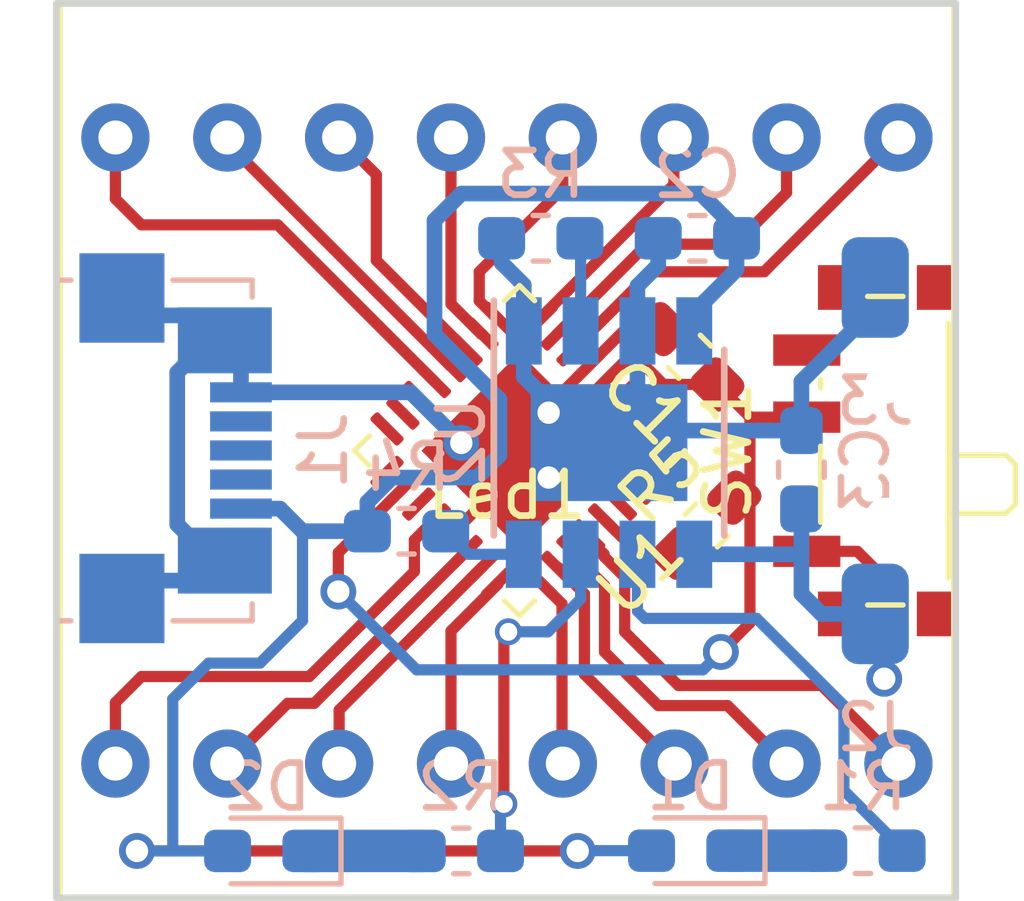
<source format=kicad_pcb>
(kicad_pcb (version 20171130) (host pcbnew 5.1.6-c6e7f7d~87~ubuntu19.10.1)

  (general
    (thickness 1.6)
    (drawings 10)
    (tracks 203)
    (zones 0)
    (modules 17)
    (nets 28)
  )

  (page User 152.4 127)
  (layers
    (0 F.Cu signal)
    (31 B.Cu signal)
    (32 B.Adhes user hide)
    (33 F.Adhes user hide)
    (34 B.Paste user hide)
    (35 F.Paste user hide)
    (36 B.SilkS user hide)
    (37 F.SilkS user hide)
    (38 B.Mask user hide)
    (39 F.Mask user hide)
    (40 Dwgs.User user hide)
    (41 Cmts.User user hide)
    (42 Eco1.User user hide)
    (43 Eco2.User user hide)
    (44 Edge.Cuts user)
    (45 Margin user hide)
    (46 B.CrtYd user hide)
    (47 F.CrtYd user hide)
    (48 B.Fab user hide)
    (49 F.Fab user hide)
  )

  (setup
    (last_trace_width 0.25)
    (user_trace_width 0.35)
    (trace_clearance 0.2)
    (zone_clearance 0.508)
    (zone_45_only no)
    (trace_min 0.2)
    (via_size 0.6)
    (via_drill 0.4)
    (via_min_size 0.4)
    (via_min_drill 0.3)
    (uvia_size 0.3)
    (uvia_drill 0.1)
    (uvias_allowed no)
    (uvia_min_size 0.2)
    (uvia_min_drill 0.1)
    (edge_width 0.15)
    (segment_width 0.2)
    (pcb_text_width 0.3)
    (pcb_text_size 1.5 1.5)
    (mod_edge_width 0.15)
    (mod_text_size 1 1)
    (mod_text_width 0.15)
    (pad_size 1.175 1.9)
    (pad_drill 0)
    (pad_to_mask_clearance 0.2)
    (aux_axis_origin 0 0)
    (grid_origin 90.7796 46.2534)
    (visible_elements FFF9FF1F)
    (pcbplotparams
      (layerselection 0x010f0_ffffffff)
      (usegerberextensions false)
      (usegerberattributes false)
      (usegerberadvancedattributes false)
      (creategerberjobfile false)
      (excludeedgelayer true)
      (linewidth 0.100000)
      (plotframeref false)
      (viasonmask false)
      (mode 1)
      (useauxorigin false)
      (hpglpennumber 1)
      (hpglpenspeed 20)
      (hpglpendiameter 15.000000)
      (psnegative false)
      (psa4output false)
      (plotreference true)
      (plotvalue true)
      (plotinvisibletext false)
      (padsonsilk false)
      (subtractmaskfromsilk false)
      (outputformat 1)
      (mirror false)
      (drillshape 0)
      (scaleselection 1)
      (outputdirectory "../gerbers_attiny48_88/"))
  )

  (net 0 "")
  (net 1 GND)
  (net 2 +5V)
  (net 3 +BATT)
  (net 4 Stdby)
  (net 5 Chrg)
  (net 6 "Net-(R3-Pad1)")
  (net 7 VCC)
  (net 8 "Net-(D1-Pad1)")
  (net 9 "Net-(D2-Pad1)")
  (net 10 "Net-(R5-Pad1)")
  (net 11 "Net-(R4-Pad1)")
  (net 12 PC0_Row3)
  (net 13 PC1_Col4)
  (net 14 PC2_Row8)
  (net 15 PC3_Col2)
  (net 16 PC4_Row2)
  (net 17 PC5_Row1)
  (net 18 PA3_Col5)
  (net 19 PB6_Col7)
  (net 20 PB7_Row7)
  (net 21 PD7_Row4)
  (net 22 PD6_Col8)
  (net 23 PD5_Row6)
  (net 24 PA1_Row5)
  (net 25 PC7_Col1)
  (net 26 PB1_Col3)
  (net 27 PB0_Col6)

  (net_class Default "This is the default net class."
    (clearance 0.2)
    (trace_width 0.25)
    (via_dia 0.6)
    (via_drill 0.4)
    (uvia_dia 0.3)
    (uvia_drill 0.1)
    (add_net Chrg)
    (add_net "Net-(D1-Pad1)")
    (add_net "Net-(D2-Pad1)")
    (add_net "Net-(R3-Pad1)")
    (add_net "Net-(R4-Pad1)")
    (add_net "Net-(R5-Pad1)")
    (add_net PA1_Row5)
    (add_net PA3_Col5)
    (add_net PB0_Col6)
    (add_net PB1_Col3)
    (add_net PB6_Col7)
    (add_net PB7_Row7)
    (add_net PC0_Row3)
    (add_net PC1_Col4)
    (add_net PC2_Row8)
    (add_net PC3_Col2)
    (add_net PC4_Row2)
    (add_net PC5_Row1)
    (add_net PC7_Col1)
    (add_net PD5_Row6)
    (add_net PD6_Col8)
    (add_net PD7_Row4)
    (add_net Stdby)
  )

  (net_class Pins ""
    (clearance 0.2)
    (trace_width 0.25)
    (via_dia 0.6)
    (via_drill 0.4)
    (uvia_dia 0.3)
    (uvia_drill 0.1)
  )

  (net_class Power ""
    (clearance 0.2)
    (trace_width 0.25)
    (via_dia 0.8)
    (via_drill 0.5)
    (uvia_dia 0.3)
    (uvia_drill 0.1)
    (add_net +5V)
    (add_net +BATT)
    (add_net GND)
    (add_net VCC)
  )

  (module Package_DFN_QFN:QFN-32-1EP_5x5mm_P0.5mm_EP3.1x3.1mm (layer F.Cu) (tedit 5DC5F6A4) (tstamp 5FA57485)
    (at 77.1296 46.0534 225)
    (descr "QFN, 32 Pin (http://ww1.microchip.com/downloads/en/DeviceDoc/8008S.pdf#page=20), generated with kicad-footprint-generator ipc_noLead_generator.py")
    (tags "QFN NoLead")
    (path /5FA49011)
    (attr smd)
    (fp_text reference U1 (at 0 -3.82 45) (layer F.SilkS)
      (effects (font (size 1 1) (thickness 0.15)))
    )
    (fp_text value ATtiny48-MU (at 0 3.82 45) (layer F.Fab)
      (effects (font (size 1 1) (thickness 0.15)))
    )
    (fp_line (start 3.12 -3.12) (end -3.12 -3.12) (layer F.CrtYd) (width 0.05))
    (fp_line (start 3.12 3.12) (end 3.12 -3.12) (layer F.CrtYd) (width 0.05))
    (fp_line (start -3.12 3.12) (end 3.12 3.12) (layer F.CrtYd) (width 0.05))
    (fp_line (start -3.12 -3.12) (end -3.12 3.12) (layer F.CrtYd) (width 0.05))
    (fp_line (start -2.5 -1.5) (end -1.5 -2.5) (layer F.Fab) (width 0.1))
    (fp_line (start -2.5 2.5) (end -2.5 -1.5) (layer F.Fab) (width 0.1))
    (fp_line (start 2.5 2.5) (end -2.5 2.5) (layer F.Fab) (width 0.1))
    (fp_line (start 2.5 -2.5) (end 2.5 2.5) (layer F.Fab) (width 0.1))
    (fp_line (start -1.5 -2.5) (end 2.5 -2.5) (layer F.Fab) (width 0.1))
    (fp_line (start -2.135 -2.61) (end -2.61 -2.61) (layer F.SilkS) (width 0.12))
    (fp_line (start 2.61 2.61) (end 2.61 2.135) (layer F.SilkS) (width 0.12))
    (fp_line (start 2.135 2.61) (end 2.61 2.61) (layer F.SilkS) (width 0.12))
    (fp_line (start -2.61 2.61) (end -2.61 2.135) (layer F.SilkS) (width 0.12))
    (fp_line (start -2.135 2.61) (end -2.61 2.61) (layer F.SilkS) (width 0.12))
    (fp_line (start 2.61 -2.61) (end 2.61 -2.135) (layer F.SilkS) (width 0.12))
    (fp_line (start 2.135 -2.61) (end 2.61 -2.61) (layer F.SilkS) (width 0.12))
    (fp_text user %R (at 0 0 45) (layer F.Fab)
      (effects (font (size 1 1) (thickness 0.15)))
    )
    (pad 1 smd roundrect (at -2.4375 -1.75 225) (size 0.875 0.25) (layers F.Cu F.Paste F.Mask) (roundrect_rratio 0.25))
    (pad 2 smd roundrect (at -2.4375 -1.25 225) (size 0.875 0.25) (layers F.Cu F.Paste F.Mask) (roundrect_rratio 0.25))
    (pad 3 smd roundrect (at -2.4375 -0.75 225) (size 0.875 0.25) (layers F.Cu F.Paste F.Mask) (roundrect_rratio 0.25))
    (pad 4 smd roundrect (at -2.4375 -0.25 225) (size 0.875 0.25) (layers F.Cu F.Paste F.Mask) (roundrect_rratio 0.25)
      (net 7 VCC))
    (pad 5 smd roundrect (at -2.4375 0.25 225) (size 0.875 0.25) (layers F.Cu F.Paste F.Mask) (roundrect_rratio 0.25)
      (net 1 GND))
    (pad 6 smd roundrect (at -2.4375 0.75 225) (size 0.875 0.25) (layers F.Cu F.Paste F.Mask) (roundrect_rratio 0.25)
      (net 18 PA3_Col5))
    (pad 7 smd roundrect (at -2.4375 1.25 225) (size 0.875 0.25) (layers F.Cu F.Paste F.Mask) (roundrect_rratio 0.25)
      (net 19 PB6_Col7))
    (pad 8 smd roundrect (at -2.4375 1.75 225) (size 0.875 0.25) (layers F.Cu F.Paste F.Mask) (roundrect_rratio 0.25)
      (net 20 PB7_Row7))
    (pad 9 smd roundrect (at -1.75 2.4375 225) (size 0.25 0.875) (layers F.Cu F.Paste F.Mask) (roundrect_rratio 0.25)
      (net 23 PD5_Row6))
    (pad 10 smd roundrect (at -1.25 2.4375 225) (size 0.25 0.875) (layers F.Cu F.Paste F.Mask) (roundrect_rratio 0.25)
      (net 22 PD6_Col8))
    (pad 11 smd roundrect (at -0.75 2.4375 225) (size 0.25 0.875) (layers F.Cu F.Paste F.Mask) (roundrect_rratio 0.25)
      (net 21 PD7_Row4))
    (pad 12 smd roundrect (at -0.25 2.4375 225) (size 0.25 0.875) (layers F.Cu F.Paste F.Mask) (roundrect_rratio 0.25)
      (net 27 PB0_Col6))
    (pad 13 smd roundrect (at 0.25 2.4375 225) (size 0.25 0.875) (layers F.Cu F.Paste F.Mask) (roundrect_rratio 0.25)
      (net 26 PB1_Col3))
    (pad 14 smd roundrect (at 0.75 2.4375 225) (size 0.25 0.875) (layers F.Cu F.Paste F.Mask) (roundrect_rratio 0.25))
    (pad 15 smd roundrect (at 1.25 2.4375 225) (size 0.25 0.875) (layers F.Cu F.Paste F.Mask) (roundrect_rratio 0.25))
    (pad 16 smd roundrect (at 1.75 2.4375 225) (size 0.25 0.875) (layers F.Cu F.Paste F.Mask) (roundrect_rratio 0.25))
    (pad 17 smd roundrect (at 2.4375 1.75 225) (size 0.875 0.25) (layers F.Cu F.Paste F.Mask) (roundrect_rratio 0.25))
    (pad 18 smd roundrect (at 2.4375 1.25 225) (size 0.875 0.25) (layers F.Cu F.Paste F.Mask) (roundrect_rratio 0.25)
      (net 7 VCC))
    (pad 19 smd roundrect (at 2.4375 0.75 225) (size 0.875 0.25) (layers F.Cu F.Paste F.Mask) (roundrect_rratio 0.25))
    (pad 20 smd roundrect (at 2.4375 0.25 225) (size 0.875 0.25) (layers F.Cu F.Paste F.Mask) (roundrect_rratio 0.25)
      (net 25 PC7_Col1))
    (pad 21 smd roundrect (at 2.4375 -0.25 225) (size 0.875 0.25) (layers F.Cu F.Paste F.Mask) (roundrect_rratio 0.25)
      (net 1 GND))
    (pad 22 smd roundrect (at 2.4375 -0.75 225) (size 0.875 0.25) (layers F.Cu F.Paste F.Mask) (roundrect_rratio 0.25)
      (net 24 PA1_Row5))
    (pad 23 smd roundrect (at 2.4375 -1.25 225) (size 0.875 0.25) (layers F.Cu F.Paste F.Mask) (roundrect_rratio 0.25)
      (net 12 PC0_Row3))
    (pad 24 smd roundrect (at 2.4375 -1.75 225) (size 0.875 0.25) (layers F.Cu F.Paste F.Mask) (roundrect_rratio 0.25)
      (net 13 PC1_Col4))
    (pad 25 smd roundrect (at 1.75 -2.4375 225) (size 0.25 0.875) (layers F.Cu F.Paste F.Mask) (roundrect_rratio 0.25)
      (net 14 PC2_Row8))
    (pad 26 smd roundrect (at 1.25 -2.4375 225) (size 0.25 0.875) (layers F.Cu F.Paste F.Mask) (roundrect_rratio 0.25)
      (net 15 PC3_Col2))
    (pad 27 smd roundrect (at 0.75 -2.4375 225) (size 0.25 0.875) (layers F.Cu F.Paste F.Mask) (roundrect_rratio 0.25)
      (net 16 PC4_Row2))
    (pad 28 smd roundrect (at 0.25 -2.4375 225) (size 0.25 0.875) (layers F.Cu F.Paste F.Mask) (roundrect_rratio 0.25)
      (net 17 PC5_Row1))
    (pad 29 smd roundrect (at -0.25 -2.4375 225) (size 0.25 0.875) (layers F.Cu F.Paste F.Mask) (roundrect_rratio 0.25)
      (net 10 "Net-(R5-Pad1)"))
    (pad 30 smd roundrect (at -0.75 -2.4375 225) (size 0.25 0.875) (layers F.Cu F.Paste F.Mask) (roundrect_rratio 0.25))
    (pad 31 smd roundrect (at -1.25 -2.4375 225) (size 0.25 0.875) (layers F.Cu F.Paste F.Mask) (roundrect_rratio 0.25))
    (pad 32 smd roundrect (at -1.75 -2.4375 225) (size 0.25 0.875) (layers F.Cu F.Paste F.Mask) (roundrect_rratio 0.25))
    (pad 33 smd rect (at 0 0 225) (size 3.1 3.1) (layers F.Cu F.Mask)
      (net 1 GND))
    (pad "" smd roundrect (at -1.03 -1.03 225) (size 0.83 0.83) (layers F.Paste) (roundrect_rratio 0.25))
    (pad "" smd roundrect (at -1.03 0 225) (size 0.83 0.83) (layers F.Paste) (roundrect_rratio 0.25))
    (pad "" smd roundrect (at -1.03 1.03 225) (size 0.83 0.83) (layers F.Paste) (roundrect_rratio 0.25))
    (pad "" smd roundrect (at 0 -1.03 225) (size 0.83 0.83) (layers F.Paste) (roundrect_rratio 0.25))
    (pad "" smd roundrect (at 0 0 225) (size 0.83 0.83) (layers F.Paste) (roundrect_rratio 0.25))
    (pad "" smd roundrect (at 0 1.03 225) (size 0.83 0.83) (layers F.Paste) (roundrect_rratio 0.25))
    (pad "" smd roundrect (at 1.03 -1.03 225) (size 0.83 0.83) (layers F.Paste) (roundrect_rratio 0.25))
    (pad "" smd roundrect (at 1.03 0 225) (size 0.83 0.83) (layers F.Paste) (roundrect_rratio 0.25))
    (pad "" smd roundrect (at 1.03 1.03 225) (size 0.83 0.83) (layers F.Paste) (roundrect_rratio 0.25))
    (model ${KISYS3DMOD}/Package_DFN_QFN.3dshapes/QFN-32-1EP_5x5mm_P0.5mm_EP3.1x3.1mm.wrl
      (at (xyz 0 0 0))
      (scale (xyz 1 1 1))
      (rotate (xyz 0 0 0))
    )
  )

  (module Resistor_SMD:R_0603_1608Metric_Pad1.05x0.95mm_HandSolder (layer F.Cu) (tedit 5B301BBD) (tstamp 5B9894D2)
    (at 81.310882 47.722118 45)
    (descr "Resistor SMD 0603 (1608 Metric), square (rectangular) end terminal, IPC_7351 nominal with elongated pad for handsoldering. (Body size source: http://www.tortai-tech.com/upload/download/2011102023233369053.pdf), generated with kicad-footprint-generator")
    (tags "resistor handsolder")
    (path /5B8D5E03)
    (attr smd)
    (fp_text reference R5 (at 0 -1.43 45) (layer F.SilkS)
      (effects (font (size 1 1) (thickness 0.15)))
    )
    (fp_text value 1K (at 0 1.43 45) (layer F.Fab)
      (effects (font (size 1 1) (thickness 0.15)))
    )
    (fp_text user %R (at 0 0 45) (layer F.Fab)
      (effects (font (size 0.4 0.4) (thickness 0.06)))
    )
    (fp_line (start 1.65 0.73) (end -1.65 0.73) (layer F.CrtYd) (width 0.05))
    (fp_line (start 1.65 -0.73) (end 1.65 0.73) (layer F.CrtYd) (width 0.05))
    (fp_line (start -1.65 -0.73) (end 1.65 -0.73) (layer F.CrtYd) (width 0.05))
    (fp_line (start -1.65 0.73) (end -1.65 -0.73) (layer F.CrtYd) (width 0.05))
    (fp_line (start -0.171267 0.51) (end 0.171267 0.51) (layer F.SilkS) (width 0.12))
    (fp_line (start -0.171267 -0.51) (end 0.171267 -0.51) (layer F.SilkS) (width 0.12))
    (fp_line (start 0.8 0.4) (end -0.8 0.4) (layer F.Fab) (width 0.1))
    (fp_line (start 0.8 -0.4) (end 0.8 0.4) (layer F.Fab) (width 0.1))
    (fp_line (start -0.8 -0.4) (end 0.8 -0.4) (layer F.Fab) (width 0.1))
    (fp_line (start -0.8 0.4) (end -0.8 -0.4) (layer F.Fab) (width 0.1))
    (pad 1 smd roundrect (at -0.875 0 45) (size 1.05 0.95) (layers F.Cu F.Paste F.Mask) (roundrect_rratio 0.25)
      (net 10 "Net-(R5-Pad1)"))
    (pad 2 smd roundrect (at 0.875 0 45) (size 1.05 0.95) (layers F.Cu F.Paste F.Mask) (roundrect_rratio 0.25)
      (net 7 VCC))
    (model ${KISYS3DMOD}/Resistor_SMD.3dshapes/R_0603_1608Metric.wrl
      (at (xyz 0 0 0))
      (scale (xyz 1 1 1))
      (rotate (xyz 0 0 0))
    )
  )

  (module Connector_Wire:SolderWirePad_1x01_SMD_1x2mm (layer B.Cu) (tedit 5F9FFDBA) (tstamp 5FA0997F)
    (at 85.0796 42.4034)
    (descr "Wire Pad, Square, SMD Pad,  5mm x 10mm,")
    (tags "MesurementPoint Square SMDPad 5mmx10mm ")
    (path /5FA7FD3F)
    (attr virtual)
    (fp_text reference J3 (at 0 2.54 180) (layer B.SilkS)
      (effects (font (size 1 1) (thickness 0.15)) (justify mirror))
    )
    (fp_text value GND (at 0 -2.54 180) (layer B.Fab)
      (effects (font (size 1 1) (thickness 0.15)) (justify mirror))
    )
    (fp_line (start 0.63 1.27) (end -0.63 1.27) (layer B.CrtYd) (width 0.05))
    (fp_line (start 0.63 -1.27) (end 0.63 1.27) (layer B.CrtYd) (width 0.05))
    (fp_line (start -0.63 -1.27) (end 0.63 -1.27) (layer B.CrtYd) (width 0.05))
    (fp_line (start -0.63 1.27) (end -0.63 -1.27) (layer B.CrtYd) (width 0.05))
    (fp_line (start -0.63 1.27) (end 0.63 1.27) (layer B.Fab) (width 0.1))
    (fp_line (start 0.63 1.27) (end 0.63 -1.27) (layer B.Fab) (width 0.1))
    (fp_line (start 0.63 -1.27) (end -0.63 -1.27) (layer B.Fab) (width 0.1))
    (fp_line (start -0.63 -1.27) (end -0.63 1.27) (layer B.Fab) (width 0.1))
    (fp_text user %R (at 0 0 180) (layer B.Fab)
      (effects (font (size 1 1) (thickness 0.15)) (justify mirror))
    )
    (pad 1 smd roundrect (at 0 0) (size 1.5 2.25) (layers B.Cu B.Paste B.Mask) (roundrect_rratio 0.25)
      (net 1 GND))
  )

  (module Connector_Wire:SolderWirePad_1x01_SMD_1x2mm (layer B.Cu) (tedit 5F9FFDAB) (tstamp 5FA09975)
    (at 85.0796 49.7034)
    (descr "Wire Pad, Square, SMD Pad,  5mm x 10mm,")
    (tags "MesurementPoint Square SMDPad 5mmx10mm ")
    (path /5FA7F83C)
    (attr virtual)
    (fp_text reference J2 (at 0 2.54) (layer B.SilkS)
      (effects (font (size 1 1) (thickness 0.15)) (justify mirror))
    )
    (fp_text value VBAT (at 0 -2.54) (layer B.Fab)
      (effects (font (size 1 1) (thickness 0.15)) (justify mirror))
    )
    (fp_line (start 0.63 1.27) (end -0.63 1.27) (layer B.CrtYd) (width 0.05))
    (fp_line (start 0.63 -1.27) (end 0.63 1.27) (layer B.CrtYd) (width 0.05))
    (fp_line (start -0.63 -1.27) (end 0.63 -1.27) (layer B.CrtYd) (width 0.05))
    (fp_line (start -0.63 1.27) (end -0.63 -1.27) (layer B.CrtYd) (width 0.05))
    (fp_line (start -0.63 1.27) (end 0.63 1.27) (layer B.Fab) (width 0.1))
    (fp_line (start 0.63 1.27) (end 0.63 -1.27) (layer B.Fab) (width 0.1))
    (fp_line (start 0.63 -1.27) (end -0.63 -1.27) (layer B.Fab) (width 0.1))
    (fp_line (start -0.63 -1.27) (end -0.63 1.27) (layer B.Fab) (width 0.1))
    (fp_text user %R (at 0 0) (layer B.Fab)
      (effects (font (size 1 1) (thickness 0.15)) (justify mirror))
    )
    (pad 1 smd roundrect (at 0 0) (size 1.5 2.25) (layers B.Cu B.Paste B.Mask) (roundrect_rratio 0.25)
      (net 3 +BATT))
  )

  (module Capacitor_SMD:C_0603_1608Metric_Pad1.05x0.95mm_HandSolder (layer B.Cu) (tedit 5B301BBE) (tstamp 5FA01216)
    (at 81.104599 41.3034 180)
    (descr "Capacitor SMD 0603 (1608 Metric), square (rectangular) end terminal, IPC_7351 nominal with elongated pad for handsoldering. (Body size source: http://www.tortai-tech.com/upload/download/2011102023233369053.pdf), generated with kicad-footprint-generator")
    (tags "capacitor handsolder")
    (path /5FA1249D)
    (attr smd)
    (fp_text reference C2 (at 0 1.43 180) (layer B.SilkS)
      (effects (font (size 1 1) (thickness 0.15)) (justify mirror))
    )
    (fp_text value 10uF (at 0 -1.43 180) (layer B.Fab)
      (effects (font (size 1 1) (thickness 0.15)) (justify mirror))
    )
    (fp_line (start -0.8 -0.4) (end -0.8 0.4) (layer B.Fab) (width 0.1))
    (fp_line (start -0.8 0.4) (end 0.8 0.4) (layer B.Fab) (width 0.1))
    (fp_line (start 0.8 0.4) (end 0.8 -0.4) (layer B.Fab) (width 0.1))
    (fp_line (start 0.8 -0.4) (end -0.8 -0.4) (layer B.Fab) (width 0.1))
    (fp_line (start -0.171267 0.51) (end 0.171267 0.51) (layer B.SilkS) (width 0.12))
    (fp_line (start -0.171267 -0.51) (end 0.171267 -0.51) (layer B.SilkS) (width 0.12))
    (fp_line (start -1.65 -0.73) (end -1.65 0.73) (layer B.CrtYd) (width 0.05))
    (fp_line (start -1.65 0.73) (end 1.65 0.73) (layer B.CrtYd) (width 0.05))
    (fp_line (start 1.65 0.73) (end 1.65 -0.73) (layer B.CrtYd) (width 0.05))
    (fp_line (start 1.65 -0.73) (end -1.65 -0.73) (layer B.CrtYd) (width 0.05))
    (fp_text user %R (at 0 0 180) (layer B.Fab)
      (effects (font (size 0.4 0.4) (thickness 0.06)) (justify mirror))
    )
    (pad 2 smd roundrect (at 0.875 0 180) (size 1.05 0.95) (layers B.Cu B.Paste B.Mask) (roundrect_rratio 0.25)
      (net 1 GND))
    (pad 1 smd roundrect (at -0.875 0 180) (size 1.05 0.95) (layers B.Cu B.Paste B.Mask) (roundrect_rratio 0.25)
      (net 2 +5V))
    (model ${KISYS3DMOD}/Capacitor_SMD.3dshapes/C_0603_1608Metric.wrl
      (at (xyz 0 0 0))
      (scale (xyz 1 1 1))
      (rotate (xyz 0 0 0))
    )
  )

  (module Package_SO:Diodes_SO-8EP (layer B.Cu) (tedit 5B8826E6) (tstamp 5B98818C)
    (at 79.1296 45.8724 270)
    (descr "8-Lead Plastic SO, Exposed Die Pad (see https://www.diodes.com/assets/Package-Files/SO-8EP.pdf)")
    (tags "SO exposed pad")
    (path /59CFFF5D)
    (attr smd)
    (fp_text reference U2 (at 0 3.3 90) (layer B.SilkS)
      (effects (font (size 1 1) (thickness 0.15)) (justify mirror))
    )
    (fp_text value TP4056 (at 0 -3.4 90) (layer B.Fab)
      (effects (font (size 1 1) (thickness 0.15)) (justify mirror))
    )
    (fp_line (start -0.95 2.45) (end 1.95 2.45) (layer B.Fab) (width 0.15))
    (fp_line (start 1.95 2.45) (end 1.95 -2.45) (layer B.Fab) (width 0.15))
    (fp_line (start 1.95 -2.45) (end -1.95 -2.45) (layer B.Fab) (width 0.15))
    (fp_line (start -1.95 -2.45) (end -1.95 1.45) (layer B.Fab) (width 0.15))
    (fp_line (start -1.95 1.45) (end -0.95 2.45) (layer B.Fab) (width 0.15))
    (fp_line (start -3.5 2.55) (end -3.5 -2.55) (layer B.CrtYd) (width 0.05))
    (fp_line (start 3.5 2.55) (end 3.5 -2.55) (layer B.CrtYd) (width 0.05))
    (fp_line (start -3.5 2.55) (end 3.5 2.55) (layer B.CrtYd) (width 0.05))
    (fp_line (start -3.5 -2.55) (end 3.5 -2.55) (layer B.CrtYd) (width 0.05))
    (fp_line (start -3.175 2.575) (end 2.075 2.575) (layer B.SilkS) (width 0.15))
    (fp_line (start -2.075 -2.575) (end 2.075 -2.575) (layer B.SilkS) (width 0.15))
    (fp_text user %R (at 0 0 90) (layer B.Fab)
      (effects (font (size 1 1) (thickness 0.15)) (justify mirror))
    )
    (pad 9 smd rect (at 0 0 270) (size 2.613 3.502) (layers B.Cu B.Paste B.Mask)
      (net 1 GND) (solder_paste_margin_ratio -0.2))
    (pad 8 smd rect (at 2.4975 1.905 270) (size 1.505 0.802) (layers B.Cu B.Paste B.Mask)
      (net 11 "Net-(R4-Pad1)"))
    (pad 7 smd rect (at 2.4975 0.635 270) (size 1.505 0.802) (layers B.Cu B.Paste B.Mask)
      (net 5 Chrg))
    (pad 6 smd rect (at 2.4975 -0.635 270) (size 1.505 0.802) (layers B.Cu B.Paste B.Mask)
      (net 4 Stdby))
    (pad 5 smd rect (at 2.4975 -1.905 270) (size 1.505 0.802) (layers B.Cu B.Paste B.Mask)
      (net 3 +BATT))
    (pad 4 smd rect (at -2.4975 -1.905 270) (size 1.505 0.802) (layers B.Cu B.Paste B.Mask)
      (net 2 +5V))
    (pad 3 smd rect (at -2.4975 -0.635 270) (size 1.505 0.802) (layers B.Cu B.Paste B.Mask)
      (net 1 GND))
    (pad 2 smd rect (at -2.4975 0.635 270) (size 1.505 0.802) (layers B.Cu B.Paste B.Mask)
      (net 6 "Net-(R3-Pad1)"))
    (pad 1 smd rect (at -2.4975 1.905 270) (size 1.505 0.802) (layers B.Cu B.Paste B.Mask)
      (net 1 GND))
    (model ${KISYS3DMOD}/Package_SO.3dshapes/Diodes_SO-8EP.wrl
      (at (xyz 0 0 0))
      (scale (xyz 1 1 1))
      (rotate (xyz 0 0 0))
    )
  )

  (module led_matrix:ASR788 locked (layer F.Cu) (tedit 5978C208) (tstamp 59CB837A)
    (at 76.8477 46.0502)
    (path /5B11DEBA)
    (fp_text reference Led1 (at 0 1) (layer F.SilkS)
      (effects (font (size 1 1) (thickness 0.15)))
    )
    (fp_text value 788ASR_A (at 0 -0.9) (layer F.Fab)
      (effects (font (size 1 1) (thickness 0.15)))
    )
    (fp_circle (center 4.3 -3.2) (end 5.1 -3.2) (layer Dwgs.User) (width 0.1))
    (fp_line (start 6 10) (end -10 10) (layer F.SilkS) (width 0.15))
    (fp_line (start -10 10) (end -10 -10) (layer F.SilkS) (width 0.15))
    (fp_line (start -10 -10) (end 10 -10) (layer F.SilkS) (width 0.15))
    (fp_line (start 10 -10) (end 10 10) (layer F.SilkS) (width 0.15))
    (fp_line (start 10 10) (end 6 10) (layer F.SilkS) (width 0.15))
    (pad 16 thru_hole circle (at -8.75 -7) (size 1.524 1.524) (drill 0.762) (layers *.Cu *.Mask)
      (net 26 PB1_Col3))
    (pad 15 thru_hole circle (at -6.25 -7) (size 1.524 1.524) (drill 0.762) (layers *.Cu *.Mask)
      (net 27 PB0_Col6))
    (pad 14 thru_hole circle (at -3.75 -7) (size 1.524 1.524) (drill 0.762) (layers *.Cu *.Mask)
      (net 21 PD7_Row4))
    (pad 13 thru_hole circle (at -1.25 -7) (size 1.524 1.524) (drill 0.762) (layers *.Cu *.Mask)
      (net 22 PD6_Col8))
    (pad 12 thru_hole circle (at 1.25 -7) (size 1.524 1.524) (drill 0.762) (layers *.Cu *.Mask)
      (net 23 PD5_Row6))
    (pad 11 thru_hole circle (at 3.75 -7) (size 1.524 1.524) (drill 0.762) (layers *.Cu *.Mask)
      (net 20 PB7_Row7))
    (pad 10 thru_hole circle (at 6.25 -7) (size 1.524 1.524) (drill 0.762) (layers *.Cu *.Mask)
      (net 19 PB6_Col7))
    (pad 9 thru_hole circle (at 8.75 -7) (size 1.524 1.524) (drill 0.762) (layers *.Cu *.Mask)
      (net 18 PA3_Col5))
    (pad 8 thru_hole circle (at 8.75 7) (size 1.524 1.524) (drill 0.762) (layers *.Cu *.Mask)
      (net 17 PC5_Row1))
    (pad 7 thru_hole circle (at 6.25 7) (size 1.524 1.524) (drill 0.762) (layers *.Cu *.Mask)
      (net 16 PC4_Row2))
    (pad 6 thru_hole circle (at 3.75 7) (size 1.524 1.524) (drill 0.762) (layers *.Cu *.Mask)
      (net 15 PC3_Col2))
    (pad 5 thru_hole circle (at 1.25 7) (size 1.524 1.524) (drill 0.762) (layers *.Cu *.Mask)
      (net 14 PC2_Row8))
    (pad 4 thru_hole circle (at -1.25 7) (size 1.524 1.524) (drill 0.762) (layers *.Cu *.Mask)
      (net 13 PC1_Col4))
    (pad 3 thru_hole circle (at -3.75 7) (size 1.524 1.524) (drill 0.762) (layers *.Cu *.Mask)
      (net 12 PC0_Row3))
    (pad 2 thru_hole circle (at -6.25 7) (size 1.524 1.524) (drill 0.762) (layers *.Cu *.Mask)
      (net 24 PA1_Row5))
    (pad 1 thru_hole circle (at -8.75 7) (size 1.524 1.524) (drill 0.762) (layers *.Cu *.Mask)
      (net 25 PC7_Col1))
  )

  (module Buttons_Switches_SMD:SW_SPDT_PCM12 (layer F.Cu) (tedit 5FA03A3A) (tstamp 59D02ACA)
    (at 84.9796 46.0534 90)
    (descr "Ultraminiature Surface Mount Slide Switch")
    (path /59CF74A3)
    (attr smd)
    (fp_text reference SW1 (at 0 -3.2 270) (layer F.SilkS)
      (effects (font (size 1 1) (thickness 0.15)))
    )
    (fp_text value SW_SPDT (at 0 4.25 270) (layer F.Fab)
      (effects (font (size 1 1) (thickness 0.15)))
    )
    (fp_text user %R (at 0 -3.2 270) (layer F.Fab)
      (effects (font (size 1 1) (thickness 0.15)))
    )
    (fp_line (start -1.4 1.65) (end -1.4 2.95) (layer F.Fab) (width 0.1))
    (fp_line (start -1.4 2.95) (end -1.2 3.15) (layer F.Fab) (width 0.1))
    (fp_line (start -1.2 3.15) (end -0.35 3.15) (layer F.Fab) (width 0.1))
    (fp_line (start -0.35 3.15) (end -0.15 2.95) (layer F.Fab) (width 0.1))
    (fp_line (start -0.15 2.95) (end -0.1 2.9) (layer F.Fab) (width 0.1))
    (fp_line (start -0.1 2.9) (end -0.1 1.6) (layer F.Fab) (width 0.1))
    (fp_line (start -3.35 -1) (end -3.35 1.6) (layer F.Fab) (width 0.1))
    (fp_line (start -3.35 1.6) (end 3.35 1.6) (layer F.Fab) (width 0.1))
    (fp_line (start 3.35 1.6) (end 3.35 -1) (layer F.Fab) (width 0.1))
    (fp_line (start 3.35 -1) (end -3.35 -1) (layer F.Fab) (width 0.1))
    (fp_line (start 1.4 -1.12) (end 1.6 -1.12) (layer F.SilkS) (width 0.12))
    (fp_line (start -4.4 -2.45) (end 4.4 -2.45) (layer F.CrtYd) (width 0.05))
    (fp_line (start 4.4 -2.45) (end 4.4 2.1) (layer F.CrtYd) (width 0.05))
    (fp_line (start 4.4 2.1) (end 1.65 2.1) (layer F.CrtYd) (width 0.05))
    (fp_line (start 1.65 2.1) (end 1.65 3.4) (layer F.CrtYd) (width 0.05))
    (fp_line (start 1.65 3.4) (end -1.65 3.4) (layer F.CrtYd) (width 0.05))
    (fp_line (start -1.65 3.4) (end -1.65 2.1) (layer F.CrtYd) (width 0.05))
    (fp_line (start -1.65 2.1) (end -4.4 2.1) (layer F.CrtYd) (width 0.05))
    (fp_line (start -4.4 2.1) (end -4.4 -2.45) (layer F.CrtYd) (width 0.05))
    (fp_line (start -1.4 3.02) (end -1.2 3.23) (layer F.SilkS) (width 0.12))
    (fp_line (start -0.1 3.02) (end -0.3 3.23) (layer F.SilkS) (width 0.12))
    (fp_line (start -1.4 1.73) (end -1.4 3.02) (layer F.SilkS) (width 0.12))
    (fp_line (start -1.2 3.23) (end -0.3 3.23) (layer F.SilkS) (width 0.12))
    (fp_line (start -0.1 3.02) (end -0.1 1.73) (layer F.SilkS) (width 0.12))
    (fp_line (start -2.85 1.73) (end 2.85 1.73) (layer F.SilkS) (width 0.12))
    (fp_line (start -1.6 -1.12) (end 0.1 -1.12) (layer F.SilkS) (width 0.12))
    (fp_line (start -3.45 -0.07) (end -3.45 0.72) (layer F.SilkS) (width 0.12))
    (fp_line (start 3.45 0.72) (end 3.45 -0.07) (layer F.SilkS) (width 0.12))
    (pad "" smd rect (at -3.65 -0.78 90) (size 1 0.8) (layers F.Cu F.Paste F.Mask))
    (pad "" smd rect (at 3.65 -0.78 90) (size 1 0.8) (layers F.Cu F.Paste F.Mask))
    (pad "" smd rect (at 3.65 1.43 90) (size 1 0.8) (layers F.Cu F.Paste F.Mask))
    (pad "" smd rect (at -3.65 1.43 90) (size 1 0.8) (layers F.Cu F.Paste F.Mask))
    (pad 3 smd rect (at 2.25 -1.43 90) (size 0.7 1.5) (layers F.Cu F.Paste F.Mask))
    (pad 2 smd rect (at 0.75 -1.43 90) (size 0.7 1.5) (layers F.Cu F.Paste F.Mask)
      (net 7 VCC))
    (pad 1 smd rect (at -2.25 -1.43 90) (size 0.7 1.5) (layers F.Cu F.Paste F.Mask)
      (net 3 +BATT))
    (pad "" np_thru_hole circle (at 1.5 0.33 90) (size 0.9 0.9) (drill 0.9) (layers *.Cu *.Mask))
    (pad "" np_thru_hole circle (at -1.5 0.33 90) (size 0.9 0.9) (drill 0.9) (layers *.Cu *.Mask))
    (model ${KISYS3DMOD}/Buttons_Switches_SMD.3dshapes/SW_SPDT_PCM12.wrl
      (at (xyz 0 0 0))
      (scale (xyz 1 1 1))
      (rotate (xyz 0 0 0))
    )
  )

  (module Capacitor_SMD:C_0603_1608Metric_Pad1.05x0.95mm_HandSolder (layer F.Cu) (tedit 5B301BBE) (tstamp 5FA54B0E)
    (at 80.9296 43.9534 135)
    (descr "Capacitor SMD 0603 (1608 Metric), square (rectangular) end terminal, IPC_7351 nominal with elongated pad for handsoldering. (Body size source: http://www.tortai-tech.com/upload/download/2011102023233369053.pdf), generated with kicad-footprint-generator")
    (tags "capacitor handsolder")
    (path /5B12D3A2)
    (attr smd)
    (fp_text reference C1 (at 0 -1.43 315) (layer F.SilkS)
      (effects (font (size 1 1) (thickness 0.15)))
    )
    (fp_text value 10uF (at 0 1.43 315) (layer F.Fab)
      (effects (font (size 1 1) (thickness 0.15)))
    )
    (fp_line (start 1.65 0.73) (end -1.65 0.73) (layer F.CrtYd) (width 0.05))
    (fp_line (start 1.65 -0.73) (end 1.65 0.73) (layer F.CrtYd) (width 0.05))
    (fp_line (start -1.65 -0.73) (end 1.65 -0.73) (layer F.CrtYd) (width 0.05))
    (fp_line (start -1.65 0.73) (end -1.65 -0.73) (layer F.CrtYd) (width 0.05))
    (fp_line (start -0.171267 0.51) (end 0.171267 0.51) (layer F.SilkS) (width 0.12))
    (fp_line (start -0.171267 -0.51) (end 0.171267 -0.51) (layer F.SilkS) (width 0.12))
    (fp_line (start 0.8 0.4) (end -0.8 0.4) (layer F.Fab) (width 0.1))
    (fp_line (start 0.8 -0.4) (end 0.8 0.4) (layer F.Fab) (width 0.1))
    (fp_line (start -0.8 -0.4) (end 0.8 -0.4) (layer F.Fab) (width 0.1))
    (fp_line (start -0.8 0.4) (end -0.8 -0.4) (layer F.Fab) (width 0.1))
    (fp_text user %R (at 0 0 315) (layer F.Fab)
      (effects (font (size 0.4 0.4) (thickness 0.06)))
    )
    (pad 1 smd roundrect (at -0.875 0 135) (size 1.05 0.95) (layers F.Cu F.Paste F.Mask) (roundrect_rratio 0.25)
      (net 7 VCC))
    (pad 2 smd roundrect (at 0.875 0 135) (size 1.05 0.95) (layers F.Cu F.Paste F.Mask) (roundrect_rratio 0.25)
      (net 1 GND))
    (model ${KISYS3DMOD}/Capacitor_SMD.3dshapes/C_0603_1608Metric.wrl
      (at (xyz 0 0 0))
      (scale (xyz 1 1 1))
      (rotate (xyz 0 0 0))
    )
  )

  (module Capacitor_SMD:C_0603_1608Metric_Pad1.05x0.95mm_HandSolder (layer B.Cu) (tedit 5B301BBE) (tstamp 5B9880C9)
    (at 83.4296 46.4784 90)
    (descr "Capacitor SMD 0603 (1608 Metric), square (rectangular) end terminal, IPC_7351 nominal with elongated pad for handsoldering. (Body size source: http://www.tortai-tech.com/upload/download/2011102023233369053.pdf), generated with kicad-footprint-generator")
    (tags "capacitor handsolder")
    (path /5B12D3FA)
    (attr smd)
    (fp_text reference C3 (at 0 1.43 -90) (layer B.SilkS)
      (effects (font (size 1 1) (thickness 0.15)) (justify mirror))
    )
    (fp_text value 10uF (at 0 -1.43 -90) (layer B.Fab)
      (effects (font (size 1 1) (thickness 0.15)) (justify mirror))
    )
    (fp_line (start -0.8 -0.4) (end -0.8 0.4) (layer B.Fab) (width 0.1))
    (fp_line (start -0.8 0.4) (end 0.8 0.4) (layer B.Fab) (width 0.1))
    (fp_line (start 0.8 0.4) (end 0.8 -0.4) (layer B.Fab) (width 0.1))
    (fp_line (start 0.8 -0.4) (end -0.8 -0.4) (layer B.Fab) (width 0.1))
    (fp_line (start -0.171267 0.51) (end 0.171267 0.51) (layer B.SilkS) (width 0.12))
    (fp_line (start -0.171267 -0.51) (end 0.171267 -0.51) (layer B.SilkS) (width 0.12))
    (fp_line (start -1.65 -0.73) (end -1.65 0.73) (layer B.CrtYd) (width 0.05))
    (fp_line (start -1.65 0.73) (end 1.65 0.73) (layer B.CrtYd) (width 0.05))
    (fp_line (start 1.65 0.73) (end 1.65 -0.73) (layer B.CrtYd) (width 0.05))
    (fp_line (start 1.65 -0.73) (end -1.65 -0.73) (layer B.CrtYd) (width 0.05))
    (fp_text user %R (at 0 0 -90) (layer B.Fab)
      (effects (font (size 0.4 0.4) (thickness 0.06)) (justify mirror))
    )
    (pad 2 smd roundrect (at 0.875 0 90) (size 1.05 0.95) (layers B.Cu B.Paste B.Mask) (roundrect_rratio 0.25)
      (net 1 GND))
    (pad 1 smd roundrect (at -0.875 0 90) (size 1.05 0.95) (layers B.Cu B.Paste B.Mask) (roundrect_rratio 0.25)
      (net 3 +BATT))
    (model ${KISYS3DMOD}/Capacitor_SMD.3dshapes/C_0603_1608Metric.wrl
      (at (xyz 0 0 0))
      (scale (xyz 1 1 1))
      (rotate (xyz 0 0 0))
    )
  )

  (module LED_SMD:LED_0603_1608Metric_Pad1.05x0.95mm_HandSolder (layer B.Cu) (tedit 5B4B45C9) (tstamp 5B9880DC)
    (at 80.9546 54.9974 180)
    (descr "LED SMD 0603 (1608 Metric), square (rectangular) end terminal, IPC_7351 nominal, (Body size source: http://www.tortai-tech.com/upload/download/2011102023233369053.pdf), generated with kicad-footprint-generator")
    (tags "LED handsolder")
    (path /5B12B788)
    (attr smd)
    (fp_text reference D1 (at 0 1.43 180) (layer B.SilkS)
      (effects (font (size 1 1) (thickness 0.15)) (justify mirror))
    )
    (fp_text value Green (at 0 -1.43 180) (layer B.Fab)
      (effects (font (size 1 1) (thickness 0.15)) (justify mirror))
    )
    (fp_line (start 1.65 -0.73) (end -1.65 -0.73) (layer B.CrtYd) (width 0.05))
    (fp_line (start 1.65 0.73) (end 1.65 -0.73) (layer B.CrtYd) (width 0.05))
    (fp_line (start -1.65 0.73) (end 1.65 0.73) (layer B.CrtYd) (width 0.05))
    (fp_line (start -1.65 -0.73) (end -1.65 0.73) (layer B.CrtYd) (width 0.05))
    (fp_line (start -1.66 -0.735) (end 0.8 -0.735) (layer B.SilkS) (width 0.12))
    (fp_line (start -1.66 0.735) (end -1.66 -0.735) (layer B.SilkS) (width 0.12))
    (fp_line (start 0.8 0.735) (end -1.66 0.735) (layer B.SilkS) (width 0.12))
    (fp_line (start 0.8 -0.4) (end 0.8 0.4) (layer B.Fab) (width 0.1))
    (fp_line (start -0.8 -0.4) (end 0.8 -0.4) (layer B.Fab) (width 0.1))
    (fp_line (start -0.8 0.1) (end -0.8 -0.4) (layer B.Fab) (width 0.1))
    (fp_line (start -0.5 0.4) (end -0.8 0.1) (layer B.Fab) (width 0.1))
    (fp_line (start 0.8 0.4) (end -0.5 0.4) (layer B.Fab) (width 0.1))
    (fp_text user %R (at 0 0 180) (layer B.Fab)
      (effects (font (size 0.4 0.4) (thickness 0.06)) (justify mirror))
    )
    (pad 1 smd roundrect (at -0.875 0 180) (size 1.05 0.95) (layers B.Cu B.Paste B.Mask) (roundrect_rratio 0.25)
      (net 8 "Net-(D1-Pad1)"))
    (pad 2 smd roundrect (at 0.875 0 180) (size 1.05 0.95) (layers B.Cu B.Paste B.Mask) (roundrect_rratio 0.25)
      (net 2 +5V))
    (model ${KISYS3DMOD}/LED_SMD.3dshapes/LED_0603_1608Metric.wrl
      (at (xyz 0 0 0))
      (scale (xyz 1 1 1))
      (rotate (xyz 0 0 0))
    )
  )

  (module LED_SMD:LED_0603_1608Metric_Pad1.05x0.95mm_HandSolder (layer B.Cu) (tedit 5B4B45C9) (tstamp 5B9880EF)
    (at 71.4796 55.0034 180)
    (descr "LED SMD 0603 (1608 Metric), square (rectangular) end terminal, IPC_7351 nominal, (Body size source: http://www.tortai-tech.com/upload/download/2011102023233369053.pdf), generated with kicad-footprint-generator")
    (tags "LED handsolder")
    (path /5B12B82A)
    (attr smd)
    (fp_text reference D2 (at 0 1.43) (layer B.SilkS)
      (effects (font (size 1 1) (thickness 0.15)) (justify mirror))
    )
    (fp_text value Red (at 0 -1.43) (layer B.Fab)
      (effects (font (size 1 1) (thickness 0.15)) (justify mirror))
    )
    (fp_line (start 0.8 0.4) (end -0.5 0.4) (layer B.Fab) (width 0.1))
    (fp_line (start -0.5 0.4) (end -0.8 0.1) (layer B.Fab) (width 0.1))
    (fp_line (start -0.8 0.1) (end -0.8 -0.4) (layer B.Fab) (width 0.1))
    (fp_line (start -0.8 -0.4) (end 0.8 -0.4) (layer B.Fab) (width 0.1))
    (fp_line (start 0.8 -0.4) (end 0.8 0.4) (layer B.Fab) (width 0.1))
    (fp_line (start 0.8 0.735) (end -1.66 0.735) (layer B.SilkS) (width 0.12))
    (fp_line (start -1.66 0.735) (end -1.66 -0.735) (layer B.SilkS) (width 0.12))
    (fp_line (start -1.66 -0.735) (end 0.8 -0.735) (layer B.SilkS) (width 0.12))
    (fp_line (start -1.65 -0.73) (end -1.65 0.73) (layer B.CrtYd) (width 0.05))
    (fp_line (start -1.65 0.73) (end 1.65 0.73) (layer B.CrtYd) (width 0.05))
    (fp_line (start 1.65 0.73) (end 1.65 -0.73) (layer B.CrtYd) (width 0.05))
    (fp_line (start 1.65 -0.73) (end -1.65 -0.73) (layer B.CrtYd) (width 0.05))
    (fp_text user %R (at 0 0) (layer B.Fab)
      (effects (font (size 0.4 0.4) (thickness 0.06)) (justify mirror))
    )
    (pad 2 smd roundrect (at 0.875 0 180) (size 1.05 0.95) (layers B.Cu B.Paste B.Mask) (roundrect_rratio 0.25)
      (net 2 +5V))
    (pad 1 smd roundrect (at -0.875 0 180) (size 1.05 0.95) (layers B.Cu B.Paste B.Mask) (roundrect_rratio 0.25)
      (net 9 "Net-(D2-Pad1)"))
    (model ${KISYS3DMOD}/LED_SMD.3dshapes/LED_0603_1608Metric.wrl
      (at (xyz 0 0 0))
      (scale (xyz 1 1 1))
      (rotate (xyz 0 0 0))
    )
  )

  (module Connector_USB:USB_Micro-B_Molex_47346-0001 (layer B.Cu) (tedit 5FA49303) (tstamp 5FA0F22A)
    (at 69.4436 46.0484 90)
    (descr "Micro USB B receptable with flange, bottom-mount, SMD, right-angle (http://www.molex.com/pdm_docs/sd/473460001_sd.pdf)")
    (tags "Micro B USB SMD")
    (path /59CF6792)
    (attr smd)
    (fp_text reference J1 (at 0 3.3 -90) (layer B.SilkS)
      (effects (font (size 1 1) (thickness 0.15)) (justify mirror))
    )
    (fp_text value USB (at 0 -4.6 -90) (layer B.Fab)
      (effects (font (size 1 1) (thickness 0.15)) (justify mirror))
    )
    (fp_text user %R (at 0 -1.2 90) (layer B.Fab)
      (effects (font (size 1 1) (thickness 0.15)) (justify mirror))
    )
    (fp_text user "PCB Edge" (at 0 -2.414 -90) (layer Dwgs.User)
      (effects (font (size 0.4 0.4) (thickness 0.04)))
    )
    (fp_line (start 3.81 1.71) (end 3.43 1.71) (layer B.SilkS) (width 0.12))
    (fp_line (start 4.6 -3.9) (end -4.6 -3.9) (layer B.CrtYd) (width 0.05))
    (fp_line (start 4.6 2.7) (end 4.6 -3.9) (layer B.CrtYd) (width 0.05))
    (fp_line (start -4.6 2.7) (end 4.6 2.7) (layer B.CrtYd) (width 0.05))
    (fp_line (start -4.6 -3.9) (end -4.6 2.7) (layer B.CrtYd) (width 0.05))
    (fp_line (start 3.75 -3.35) (end -3.75 -3.35) (layer B.Fab) (width 0.1))
    (fp_line (start 3.75 1.65) (end 3.75 -3.35) (layer B.Fab) (width 0.1))
    (fp_line (start -3.75 1.65) (end 3.75 1.65) (layer B.Fab) (width 0.1))
    (fp_line (start -3.75 -3.35) (end -3.75 1.65) (layer B.Fab) (width 0.1))
    (fp_line (start 3.81 -2.34) (end 3.81 -2.6) (layer B.SilkS) (width 0.12))
    (fp_line (start 3.81 1.71) (end 3.81 -0.06) (layer B.SilkS) (width 0.12))
    (fp_line (start -3.81 1.71) (end -3.43 1.71) (layer B.SilkS) (width 0.12))
    (fp_line (start -3.81 -0.06) (end -3.81 1.71) (layer B.SilkS) (width 0.12))
    (fp_line (start -3.81 -2.6) (end -3.81 -2.34) (layer B.SilkS) (width 0.12))
    (fp_line (start -3.25 -2.65) (end 3.25 -2.65) (layer B.Fab) (width 0.1))
    (pad 6 smd rect (at 0.84 -1.2 90) (size 1.175 1.9) (layers Eco1.User))
    (pad 6 smd rect (at -0.84 -1.2 90) (size 1.175 1.9) (layers Eco1.User))
    (pad 6 smd rect (at 3.41 -1.2 90) (size 2 1.9) (layers B.Cu B.Paste B.Mask)
      (net 1 GND))
    (pad 6 smd rect (at -3.31 -1.2 90) (size 2 1.9) (layers B.Cu B.Paste B.Mask)
      (net 1 GND))
    (pad 6 smd rect (at 2.4625 1.1 90) (size 1.475 2.1) (layers B.Cu B.Paste B.Mask)
      (net 1 GND))
    (pad 6 smd rect (at -2.4625 1.1 90) (size 1.475 2.1) (layers B.Cu B.Paste B.Mask)
      (net 1 GND))
    (pad 5 smd rect (at 1.3 1.46 90) (size 0.45 1.38) (layers B.Cu B.Paste B.Mask)
      (net 1 GND))
    (pad 4 smd rect (at 0.65 1.46 90) (size 0.45 1.38) (layers B.Cu B.Paste B.Mask))
    (pad 3 smd rect (at 0 1.46 90) (size 0.45 1.38) (layers B.Cu B.Paste B.Mask))
    (pad 2 smd rect (at -0.65 1.46 90) (size 0.45 1.38) (layers B.Cu B.Paste B.Mask))
    (pad 1 smd rect (at -1.3 1.46 90) (size 0.45 1.38) (layers B.Cu B.Paste B.Mask)
      (net 2 +5V))
    (model ${KISYS3DMOD}/Connector_USB.3dshapes/USB_Micro-B_Molex_47346-0001.wrl
      (at (xyz 0 0 0))
      (scale (xyz 1 1 1))
      (rotate (xyz 0 0 0))
    )
  )

  (module Resistor_SMD:R_0603_1608Metric_Pad1.05x0.95mm_HandSolder (layer B.Cu) (tedit 5B301BBD) (tstamp 5B98811F)
    (at 84.8046 54.9974 180)
    (descr "Resistor SMD 0603 (1608 Metric), square (rectangular) end terminal, IPC_7351 nominal with elongated pad for handsoldering. (Body size source: http://www.tortai-tech.com/upload/download/2011102023233369053.pdf), generated with kicad-footprint-generator")
    (tags "resistor handsolder")
    (path /5B12B3CC)
    (attr smd)
    (fp_text reference R1 (at 0 1.43 180) (layer B.SilkS)
      (effects (font (size 1 1) (thickness 0.15)) (justify mirror))
    )
    (fp_text value 1K (at 0 -1.43 180) (layer B.Fab)
      (effects (font (size 1 1) (thickness 0.15)) (justify mirror))
    )
    (fp_line (start -0.8 -0.4) (end -0.8 0.4) (layer B.Fab) (width 0.1))
    (fp_line (start -0.8 0.4) (end 0.8 0.4) (layer B.Fab) (width 0.1))
    (fp_line (start 0.8 0.4) (end 0.8 -0.4) (layer B.Fab) (width 0.1))
    (fp_line (start 0.8 -0.4) (end -0.8 -0.4) (layer B.Fab) (width 0.1))
    (fp_line (start -0.171267 0.51) (end 0.171267 0.51) (layer B.SilkS) (width 0.12))
    (fp_line (start -0.171267 -0.51) (end 0.171267 -0.51) (layer B.SilkS) (width 0.12))
    (fp_line (start -1.65 -0.73) (end -1.65 0.73) (layer B.CrtYd) (width 0.05))
    (fp_line (start -1.65 0.73) (end 1.65 0.73) (layer B.CrtYd) (width 0.05))
    (fp_line (start 1.65 0.73) (end 1.65 -0.73) (layer B.CrtYd) (width 0.05))
    (fp_line (start 1.65 -0.73) (end -1.65 -0.73) (layer B.CrtYd) (width 0.05))
    (fp_text user %R (at 0 0 180) (layer B.Fab)
      (effects (font (size 0.4 0.4) (thickness 0.06)) (justify mirror))
    )
    (pad 2 smd roundrect (at 0.875 0 180) (size 1.05 0.95) (layers B.Cu B.Paste B.Mask) (roundrect_rratio 0.25)
      (net 8 "Net-(D1-Pad1)"))
    (pad 1 smd roundrect (at -0.875 0 180) (size 1.05 0.95) (layers B.Cu B.Paste B.Mask) (roundrect_rratio 0.25)
      (net 4 Stdby))
    (model ${KISYS3DMOD}/Resistor_SMD.3dshapes/R_0603_1608Metric.wrl
      (at (xyz 0 0 0))
      (scale (xyz 1 1 1))
      (rotate (xyz 0 0 0))
    )
  )

  (module Resistor_SMD:R_0603_1608Metric_Pad1.05x0.95mm_HandSolder (layer B.Cu) (tedit 5B301BBD) (tstamp 5B988130)
    (at 75.8296 55.0034 180)
    (descr "Resistor SMD 0603 (1608 Metric), square (rectangular) end terminal, IPC_7351 nominal with elongated pad for handsoldering. (Body size source: http://www.tortai-tech.com/upload/download/2011102023233369053.pdf), generated with kicad-footprint-generator")
    (tags "resistor handsolder")
    (path /5B12B36D)
    (attr smd)
    (fp_text reference R2 (at 0 1.43) (layer B.SilkS)
      (effects (font (size 1 1) (thickness 0.15)) (justify mirror))
    )
    (fp_text value 1K (at 0 -1.43) (layer B.Fab)
      (effects (font (size 1 1) (thickness 0.15)) (justify mirror))
    )
    (fp_line (start 1.65 -0.73) (end -1.65 -0.73) (layer B.CrtYd) (width 0.05))
    (fp_line (start 1.65 0.73) (end 1.65 -0.73) (layer B.CrtYd) (width 0.05))
    (fp_line (start -1.65 0.73) (end 1.65 0.73) (layer B.CrtYd) (width 0.05))
    (fp_line (start -1.65 -0.73) (end -1.65 0.73) (layer B.CrtYd) (width 0.05))
    (fp_line (start -0.171267 -0.51) (end 0.171267 -0.51) (layer B.SilkS) (width 0.12))
    (fp_line (start -0.171267 0.51) (end 0.171267 0.51) (layer B.SilkS) (width 0.12))
    (fp_line (start 0.8 -0.4) (end -0.8 -0.4) (layer B.Fab) (width 0.1))
    (fp_line (start 0.8 0.4) (end 0.8 -0.4) (layer B.Fab) (width 0.1))
    (fp_line (start -0.8 0.4) (end 0.8 0.4) (layer B.Fab) (width 0.1))
    (fp_line (start -0.8 -0.4) (end -0.8 0.4) (layer B.Fab) (width 0.1))
    (fp_text user %R (at 0 0) (layer B.Fab)
      (effects (font (size 0.4 0.4) (thickness 0.06)) (justify mirror))
    )
    (pad 1 smd roundrect (at -0.875 0 180) (size 1.05 0.95) (layers B.Cu B.Paste B.Mask) (roundrect_rratio 0.25)
      (net 5 Chrg))
    (pad 2 smd roundrect (at 0.875 0 180) (size 1.05 0.95) (layers B.Cu B.Paste B.Mask) (roundrect_rratio 0.25)
      (net 9 "Net-(D2-Pad1)"))
    (model ${KISYS3DMOD}/Resistor_SMD.3dshapes/R_0603_1608Metric.wrl
      (at (xyz 0 0 0))
      (scale (xyz 1 1 1))
      (rotate (xyz 0 0 0))
    )
  )

  (module Resistor_SMD:R_0603_1608Metric_Pad1.05x0.95mm_HandSolder (layer B.Cu) (tedit 5B301BBD) (tstamp 5B988141)
    (at 77.604599 41.3034 180)
    (descr "Resistor SMD 0603 (1608 Metric), square (rectangular) end terminal, IPC_7351 nominal with elongated pad for handsoldering. (Body size source: http://www.tortai-tech.com/upload/download/2011102023233369053.pdf), generated with kicad-footprint-generator")
    (tags "resistor handsolder")
    (path /5B12B693)
    (attr smd)
    (fp_text reference R3 (at 0 1.43) (layer B.SilkS)
      (effects (font (size 1 1) (thickness 0.15)) (justify mirror))
    )
    (fp_text value 5K (at 0 -1.43) (layer B.Fab)
      (effects (font (size 1 1) (thickness 0.15)) (justify mirror))
    )
    (fp_line (start 1.65 -0.73) (end -1.65 -0.73) (layer B.CrtYd) (width 0.05))
    (fp_line (start 1.65 0.73) (end 1.65 -0.73) (layer B.CrtYd) (width 0.05))
    (fp_line (start -1.65 0.73) (end 1.65 0.73) (layer B.CrtYd) (width 0.05))
    (fp_line (start -1.65 -0.73) (end -1.65 0.73) (layer B.CrtYd) (width 0.05))
    (fp_line (start -0.171267 -0.51) (end 0.171267 -0.51) (layer B.SilkS) (width 0.12))
    (fp_line (start -0.171267 0.51) (end 0.171267 0.51) (layer B.SilkS) (width 0.12))
    (fp_line (start 0.8 -0.4) (end -0.8 -0.4) (layer B.Fab) (width 0.1))
    (fp_line (start 0.8 0.4) (end 0.8 -0.4) (layer B.Fab) (width 0.1))
    (fp_line (start -0.8 0.4) (end 0.8 0.4) (layer B.Fab) (width 0.1))
    (fp_line (start -0.8 -0.4) (end -0.8 0.4) (layer B.Fab) (width 0.1))
    (fp_text user %R (at 0 0) (layer B.Fab)
      (effects (font (size 0.4 0.4) (thickness 0.06)) (justify mirror))
    )
    (pad 1 smd roundrect (at -0.875 0 180) (size 1.05 0.95) (layers B.Cu B.Paste B.Mask) (roundrect_rratio 0.25)
      (net 6 "Net-(R3-Pad1)"))
    (pad 2 smd roundrect (at 0.875 0 180) (size 1.05 0.95) (layers B.Cu B.Paste B.Mask) (roundrect_rratio 0.25)
      (net 1 GND))
    (model ${KISYS3DMOD}/Resistor_SMD.3dshapes/R_0603_1608Metric.wrl
      (at (xyz 0 0 0))
      (scale (xyz 1 1 1))
      (rotate (xyz 0 0 0))
    )
  )

  (module Resistor_SMD:R_0603_1608Metric_Pad1.05x0.95mm_HandSolder (layer B.Cu) (tedit 5B301BBD) (tstamp 5B988152)
    (at 74.6046 47.8534 180)
    (descr "Resistor SMD 0603 (1608 Metric), square (rectangular) end terminal, IPC_7351 nominal with elongated pad for handsoldering. (Body size source: http://www.tortai-tech.com/upload/download/2011102023233369053.pdf), generated with kicad-footprint-generator")
    (tags "resistor handsolder")
    (path /5B12E6F3)
    (attr smd)
    (fp_text reference R4 (at 0 1.43 180) (layer B.SilkS)
      (effects (font (size 1 1) (thickness 0.15)) (justify mirror))
    )
    (fp_text value 1K (at 0 -1.43 180) (layer B.Fab)
      (effects (font (size 1 1) (thickness 0.15)) (justify mirror))
    )
    (fp_line (start -0.8 -0.4) (end -0.8 0.4) (layer B.Fab) (width 0.1))
    (fp_line (start -0.8 0.4) (end 0.8 0.4) (layer B.Fab) (width 0.1))
    (fp_line (start 0.8 0.4) (end 0.8 -0.4) (layer B.Fab) (width 0.1))
    (fp_line (start 0.8 -0.4) (end -0.8 -0.4) (layer B.Fab) (width 0.1))
    (fp_line (start -0.171267 0.51) (end 0.171267 0.51) (layer B.SilkS) (width 0.12))
    (fp_line (start -0.171267 -0.51) (end 0.171267 -0.51) (layer B.SilkS) (width 0.12))
    (fp_line (start -1.65 -0.73) (end -1.65 0.73) (layer B.CrtYd) (width 0.05))
    (fp_line (start -1.65 0.73) (end 1.65 0.73) (layer B.CrtYd) (width 0.05))
    (fp_line (start 1.65 0.73) (end 1.65 -0.73) (layer B.CrtYd) (width 0.05))
    (fp_line (start 1.65 -0.73) (end -1.65 -0.73) (layer B.CrtYd) (width 0.05))
    (fp_text user %R (at 0 0 180) (layer B.Fab)
      (effects (font (size 0.4 0.4) (thickness 0.06)) (justify mirror))
    )
    (pad 2 smd roundrect (at 0.875 0 180) (size 1.05 0.95) (layers B.Cu B.Paste B.Mask) (roundrect_rratio 0.25)
      (net 2 +5V))
    (pad 1 smd roundrect (at -0.875 0 180) (size 1.05 0.95) (layers B.Cu B.Paste B.Mask) (roundrect_rratio 0.25)
      (net 11 "Net-(R4-Pad1)"))
    (model ${KISYS3DMOD}/Resistor_SMD.3dshapes/R_0603_1608Metric.wrl
      (at (xyz 0 0 0))
      (scale (xyz 1 1 1))
      (rotate (xyz 0 0 0))
    )
  )

  (dimension 20 (width 0.15) (layer Dwgs.User)
    (gr_text "20,000 mm" (at 89.6296 46.0534 270) (layer Dwgs.User)
      (effects (font (size 1 1) (thickness 0.15)))
    )
    (feature1 (pts (xy 86.8796 56.0534) (xy 88.916021 56.0534)))
    (feature2 (pts (xy 86.8796 36.0534) (xy 88.916021 36.0534)))
    (crossbar (pts (xy 88.3296 36.0534) (xy 88.3296 56.0534)))
    (arrow1a (pts (xy 88.3296 56.0534) (xy 87.743179 54.926896)))
    (arrow1b (pts (xy 88.3296 56.0534) (xy 88.916021 54.926896)))
    (arrow2a (pts (xy 88.3296 36.0534) (xy 87.743179 37.179904)))
    (arrow2b (pts (xy 88.3296 36.0534) (xy 88.916021 37.179904)))
  )
  (dimension 20.1 (width 0.15) (layer Dwgs.User)
    (gr_text "20,100 mm" (at 76.8296 33.4534) (layer Dwgs.User)
      (effects (font (size 1 1) (thickness 0.15)))
    )
    (feature1 (pts (xy 86.8796 36.0534) (xy 86.8796 34.166979)))
    (feature2 (pts (xy 66.7796 36.0534) (xy 66.7796 34.166979)))
    (crossbar (pts (xy 66.7796 34.7534) (xy 86.8796 34.7534)))
    (arrow1a (pts (xy 86.8796 34.7534) (xy 85.753096 35.339821)))
    (arrow1b (pts (xy 86.8796 34.7534) (xy 85.753096 34.166979)))
    (arrow2a (pts (xy 66.7796 34.7534) (xy 67.906104 35.339821)))
    (arrow2b (pts (xy 66.7796 34.7534) (xy 67.906104 34.166979)))
  )
  (gr_poly (pts (xy 75.4796 55.4534) (xy 71.8296 55.4534) (xy 71.8296 54.5534) (xy 75.4796 54.5534)) (layer B.Mask) (width 0.1))
  (gr_poly (pts (xy 84.4296 55.4534) (xy 81.3296 55.4534) (xy 81.3296 54.5534) (xy 84.4296 54.5534)) (layer B.Mask) (width 0.1))
  (gr_line (start 66.7796 36.0534) (end 66.8796 36.0534) (layer Edge.Cuts) (width 0.15))
  (gr_line (start 66.7796 56.0534) (end 66.7796 36.0534) (layer Edge.Cuts) (width 0.15))
  (gr_line (start 66.8796 56.0534) (end 66.7796 56.0534) (layer Edge.Cuts) (width 0.15))
  (gr_line (start 86.8796 56.0534) (end 66.8796 56.0534) (layer Edge.Cuts) (width 0.15))
  (gr_line (start 86.8796 36.0534) (end 86.8796 56.0534) (layer Edge.Cuts) (width 0.15))
  (gr_line (start 66.8796 36.0534) (end 86.8796 36.0534) (layer Edge.Cuts) (width 0.15))

  (segment (start 70.9036 43.9459) (end 70.5436 43.5859) (width 0.35) (layer B.Cu) (net 1))
  (segment (start 70.9036 44.7484) (end 70.9036 43.9459) (width 0.35) (layer B.Cu) (net 1))
  (segment (start 79.7646 45.2374) (end 79.1296 45.8724) (width 0.35) (layer B.Cu) (net 1))
  (segment (start 79.7646 43.3749) (end 79.7646 45.2374) (width 0.35) (layer B.Cu) (net 1))
  (segment (start 78.6986 45.8724) (end 79.1296 45.8724) (width 0.35) (layer B.Cu) (net 1))
  (segment (start 77.2246 44.3984) (end 78.6986 45.8724) (width 0.35) (layer B.Cu) (net 1))
  (segment (start 77.2246 43.3749) (end 77.2246 44.3984) (width 0.35) (layer B.Cu) (net 1))
  (segment (start 77.2246 44.3984) (end 77.2296 44.4034) (width 0.35) (layer B.Cu) (net 1))
  (segment (start 69.986099 43.028399) (end 68.2436 43.028399) (width 0.35) (layer B.Cu) (net 1))
  (segment (start 70.5436 43.5859) (end 69.986099 43.028399) (width 0.35) (layer B.Cu) (net 1))
  (segment (start 70.0961 48.9584) (end 70.5436 48.5109) (width 0.35) (layer B.Cu) (net 1))
  (segment (start 68.2436 48.9584) (end 70.0961 48.9584) (width 0.35) (layer B.Cu) (net 1))
  (segment (start 70.1871 48.5109) (end 70.5436 48.5109) (width 0.35) (layer B.Cu) (net 1))
  (segment (start 81.1061 43.3034) (end 81.0346 43.3749) (width 0.35) (layer B.Cu) (net 2))
  (segment (start 73.0885 53.0594) (end 73.0977 53.0502) (width 0.25) (layer F.Cu) (net 12))
  (segment (start 85.57 39.0779) (end 85.5977 39.0502) (width 0.25) (layer F.Cu) (net 18))
  (segment (start 85.0796 42.4034) (end 85.0796 42.8534) (width 0.35) (layer B.Cu) (net 1))
  (segment (start 83.4296 44.5034) (end 83.4296 45.6034) (width 0.35) (layer B.Cu) (net 1))
  (segment (start 85.0796 42.8534) (end 83.4296 44.5034) (width 0.35) (layer B.Cu) (net 1))
  (segment (start 79.3986 45.6034) (end 79.1296 45.8724) (width 0.35) (layer B.Cu) (net 1))
  (segment (start 83.4296 45.6034) (end 79.3986 45.6034) (width 0.35) (layer B.Cu) (net 1))
  (segment (start 78.4106 45.1534) (end 79.1296 45.8724) (width 0.35) (layer B.Cu) (net 1))
  (segment (start 77.1296 46.406953) (end 77.1296 46.0534) (width 0.25) (layer F.Cu) (net 1) (tstamp 5FA57445))
  (segment (start 75.582804 47.953749) (end 77.1296 46.406953) (width 0.25) (layer F.Cu) (net 1) (tstamp 5FA5743C))
  (segment (start 77.1296 45.699847) (end 77.1296 46.0534) (width 0.25) (layer F.Cu) (net 1) (tstamp 5FA57442))
  (segment (start 78.676396 44.153051) (end 77.1296 45.699847) (width 0.25) (layer F.Cu) (net 1) (tstamp 5FA5743F))
  (segment (start 79.494765 43.334682) (end 80.310882 43.334682) (width 0.25) (layer F.Cu) (net 1))
  (segment (start 78.676396 44.153051) (end 79.494765 43.334682) (width 0.25) (layer F.Cu) (net 1))
  (segment (start 76.7296 41.303399) (end 76.729599 41.3034) (width 0.35) (layer B.Cu) (net 1))
  (segment (start 76.7296 41.8534) (end 76.7296 41.303399) (width 0.35) (layer B.Cu) (net 1))
  (segment (start 77.2246 42.3484) (end 76.7296 41.8534) (width 0.35) (layer B.Cu) (net 1))
  (segment (start 77.2246 43.3749) (end 77.2246 42.3484) (width 0.35) (layer B.Cu) (net 1))
  (segment (start 79.7646 43.3749) (end 79.7646 42.3684) (width 0.35) (layer B.Cu) (net 1))
  (segment (start 80.229599 41.903401) (end 80.229599 41.3034) (width 0.35) (layer B.Cu) (net 1))
  (segment (start 79.7646 42.3684) (end 80.229599 41.903401) (width 0.35) (layer B.Cu) (net 1))
  (segment (start 74.698094 44.7484) (end 75.828094 45.8784) (width 0.35) (layer B.Cu) (net 1))
  (via (at 75.828094 45.8784) (size 0.8) (drill 0.5) (layers F.Cu B.Cu) (net 1))
  (segment (start 70.9036 44.7484) (end 74.698094 44.7484) (width 0.35) (layer B.Cu) (net 1))
  (segment (start 76.9546 45.8784) (end 77.1296 46.0534) (width 0.35) (layer F.Cu) (net 1))
  (segment (start 75.828094 45.8784) (end 76.9546 45.8784) (width 0.35) (layer F.Cu) (net 1))
  (segment (start 77.7796 45.4034) (end 77.7796 45.2034) (width 0.25) (layer F.Cu) (net 1))
  (segment (start 77.1296 46.0534) (end 77.7796 45.4034) (width 0.25) (layer F.Cu) (net 1))
  (via (at 77.7796 45.2034) (size 0.8) (drill 0.5) (layers F.Cu B.Cu) (net 1))
  (segment (start 77.7296 46.6534) (end 77.7796 46.6534) (width 0.25) (layer F.Cu) (net 1))
  (segment (start 77.1296 46.0534) (end 77.7296 46.6534) (width 0.25) (layer F.Cu) (net 1))
  (via (at 77.7796 46.6534) (size 0.8) (drill 0.5) (layers F.Cu B.Cu) (net 1))
  (segment (start 70.2796 48.5034) (end 70.5796 48.5034) (width 0.35) (layer B.Cu) (net 1))
  (segment (start 69.4796 47.7034) (end 70.2796 48.5034) (width 0.35) (layer B.Cu) (net 1))
  (segment (start 69.4796 44.3034) (end 69.4796 47.7034) (width 0.35) (layer B.Cu) (net 1))
  (segment (start 70.1971 43.5859) (end 69.4796 44.3034) (width 0.35) (layer B.Cu) (net 1))
  (segment (start 70.5436 43.5859) (end 70.1971 43.5859) (width 0.35) (layer B.Cu) (net 1))
  (via (at 68.5796 55.0034) (size 0.8) (drill 0.5) (layers F.Cu B.Cu) (net 2))
  (segment (start 70.6046 55.0034) (end 68.5796 55.0034) (width 0.25) (layer B.Cu) (net 2))
  (segment (start 81.0346 43.3749) (end 81.0346 42.9484) (width 0.35) (layer B.Cu) (net 2))
  (segment (start 81.979599 42.003401) (end 81.979599 41.3034) (width 0.35) (layer B.Cu) (net 2))
  (segment (start 81.0346 42.9484) (end 81.979599 42.003401) (width 0.35) (layer B.Cu) (net 2))
  (segment (start 72.2796 47.8534) (end 73.7296 47.8534) (width 0.35) (layer B.Cu) (net 2))
  (segment (start 71.7746 47.3484) (end 72.2796 47.8534) (width 0.35) (layer B.Cu) (net 2))
  (segment (start 70.9036 47.3484) (end 71.7746 47.3484) (width 0.35) (layer B.Cu) (net 2))
  (segment (start 72.2796 49.8534) (end 72.2796 47.8534) (width 0.25) (layer B.Cu) (net 2))
  (segment (start 71.3296 50.8034) (end 72.2796 49.8534) (width 0.25) (layer B.Cu) (net 2))
  (segment (start 70.1796 50.8034) (end 71.3296 50.8034) (width 0.25) (layer B.Cu) (net 2))
  (segment (start 69.3796 51.6034) (end 70.1796 50.8034) (width 0.25) (layer B.Cu) (net 2))
  (segment (start 69.3796 54.9534) (end 69.3796 51.6034) (width 0.25) (layer B.Cu) (net 2))
  (segment (start 81.1796 40.3034) (end 81.979599 41.103399) (width 0.35) (layer B.Cu) (net 2))
  (segment (start 75.8296 40.3034) (end 81.1796 40.3034) (width 0.35) (layer B.Cu) (net 2))
  (segment (start 75.2296 40.9034) (end 75.8296 40.3034) (width 0.35) (layer B.Cu) (net 2))
  (segment (start 76.6796 44.9034) (end 75.2296 43.4534) (width 0.35) (layer B.Cu) (net 2))
  (segment (start 75.2296 43.4534) (end 75.2296 40.9034) (width 0.35) (layer B.Cu) (net 2))
  (segment (start 76.6796 46.1534) (end 76.6796 44.9034) (width 0.35) (layer B.Cu) (net 2))
  (segment (start 81.979599 41.103399) (end 81.979599 41.3034) (width 0.35) (layer B.Cu) (net 2))
  (segment (start 76.1796 46.6534) (end 76.6796 46.1534) (width 0.35) (layer B.Cu) (net 2))
  (segment (start 74.2796 46.6534) (end 76.1796 46.6534) (width 0.35) (layer B.Cu) (net 2))
  (segment (start 73.7296 47.2034) (end 74.2796 46.6534) (width 0.35) (layer B.Cu) (net 2))
  (segment (start 73.7296 47.8534) (end 73.7296 47.2034) (width 0.35) (layer B.Cu) (net 2))
  (segment (start 68.5796 55.0034) (end 78.4296 55.0034) (width 0.25) (layer F.Cu) (net 2))
  (via (at 78.4296 55.0034) (size 0.8) (drill 0.5) (layers F.Cu B.Cu) (net 2))
  (segment (start 80.0796 54.9974) (end 78.4356 54.9974) (width 0.25) (layer B.Cu) (net 2))
  (segment (start 78.4356 54.9974) (end 78.4296 55.0034) (width 0.25) (layer B.Cu) (net 2))
  (segment (start 83.4296 47.3534) (end 83.4296 49.2534) (width 0.35) (layer B.Cu) (net 3))
  (segment (start 83.4296 49.2534) (end 83.8796 49.7034) (width 0.35) (layer B.Cu) (net 3))
  (segment (start 83.8796 49.7034) (end 85.0796 49.7034) (width 0.35) (layer B.Cu) (net 3))
  (segment (start 83.4296 48.3699) (end 83.4296 47.3534) (width 0.35) (layer B.Cu) (net 3))
  (via (at 85.2796 51.1534) (size 0.8) (drill 0.5) (layers F.Cu B.Cu) (net 3))
  (segment (start 82.2631 48.3699) (end 83.4296 48.3699) (width 0.35) (layer B.Cu) (net 3))
  (segment (start 81.0346 48.3699) (end 82.2631 48.3699) (width 0.35) (layer B.Cu) (net 3))
  (segment (start 83.5496 48.3034) (end 84.6796 48.3034) (width 0.25) (layer F.Cu) (net 3))
  (segment (start 85.2796 48.9034) (end 85.2796 51.1534) (width 0.25) (layer F.Cu) (net 3))
  (segment (start 84.6796 48.3034) (end 85.2796 48.9034) (width 0.25) (layer F.Cu) (net 3))
  (segment (start 85.2796 49.9034) (end 85.0796 49.7034) (width 0.25) (layer B.Cu) (net 3))
  (segment (start 85.2796 51.1534) (end 85.2796 49.9034) (width 0.25) (layer B.Cu) (net 3))
  (segment (start 79.7646 49.6384) (end 79.7646 48.3699) (width 0.25) (layer B.Cu) (net 4))
  (segment (start 82.4296 49.8034) (end 79.9296 49.8034) (width 0.25) (layer B.Cu) (net 4))
  (segment (start 84.3796 51.7534) (end 82.4296 49.8034) (width 0.25) (layer B.Cu) (net 4))
  (segment (start 84.3796 53.6534) (end 84.3796 51.7534) (width 0.25) (layer B.Cu) (net 4))
  (segment (start 85.6796 54.9534) (end 84.3796 53.6534) (width 0.25) (layer B.Cu) (net 4))
  (segment (start 79.9296 49.8034) (end 79.7646 49.6384) (width 0.25) (layer B.Cu) (net 4))
  (segment (start 85.6796 54.9974) (end 85.6796 54.9534) (width 0.25) (layer B.Cu) (net 4))
  (segment (start 76.8796 54.8284) (end 76.7046 55.0034) (width 0.25) (layer B.Cu) (net 5))
  (segment (start 76.7046 54.0284) (end 76.7796 53.9534) (width 0.25) (layer B.Cu) (net 5))
  (segment (start 76.7046 55.0034) (end 76.7046 54.0284) (width 0.25) (layer B.Cu) (net 5))
  (via (at 76.7796 53.9534) (size 0.6) (drill 0.4) (layers F.Cu B.Cu) (net 5))
  (via (at 76.879582 50.1034) (size 0.6) (drill 0.4) (layers F.Cu B.Cu) (net 5))
  (segment (start 78.4946 49.3724) (end 77.7636 50.1034) (width 0.25) (layer B.Cu) (net 5))
  (segment (start 78.4946 48.3699) (end 78.4946 49.3724) (width 0.25) (layer B.Cu) (net 5))
  (segment (start 77.7636 50.1034) (end 76.879582 50.1034) (width 0.25) (layer B.Cu) (net 5))
  (segment (start 76.7796 53.9534) (end 76.7796 50.203382) (width 0.25) (layer F.Cu) (net 5))
  (segment (start 76.7796 50.203382) (end 76.879582 50.1034) (width 0.25) (layer F.Cu) (net 5))
  (segment (start 78.4946 41.318401) (end 78.479599 41.3034) (width 0.25) (layer B.Cu) (net 6))
  (segment (start 78.4946 43.3749) (end 78.4946 41.318401) (width 0.25) (layer B.Cu) (net 6))
  (segment (start 82.2796 45.3034) (end 81.548318 44.572118) (width 0.25) (layer F.Cu) (net 7))
  (segment (start 83.5496 45.3034) (end 82.2796 45.3034) (width 0.25) (layer F.Cu) (net 7))
  (segment (start 80.348318 44.572118) (end 81.548318 44.572118) (width 0.25) (layer F.Cu) (net 7))
  (segment (start 79.4796 44.0534) (end 79.8296 44.0534) (width 0.25) (layer F.Cu) (net 7))
  (segment (start 79.029949 44.503051) (end 79.4796 44.0534) (width 0.25) (layer F.Cu) (net 7))
  (segment (start 79.8296 44.0534) (end 80.348318 44.572118) (width 0.25) (layer F.Cu) (net 7))
  (segment (start 79.029949 44.506604) (end 79.029949 44.503051) (width 0.25) (layer F.Cu) (net 7))
  (segment (start 81.9296 47.1034) (end 82.2796 47.1034) (width 0.25) (layer F.Cu) (net 7))
  (segment (start 82.2796 45.3034) (end 82.2796 47.1034) (width 0.25) (layer F.Cu) (net 7))
  (segment (start 82.2796 49.9034) (end 81.9296 50.2534) (width 0.25) (layer F.Cu) (net 7))
  (segment (start 82.2796 47.1034) (end 82.2796 49.9034) (width 0.25) (layer F.Cu) (net 7))
  (via (at 81.6296 50.5534) (size 0.8) (drill 0.5) (layers F.Cu B.Cu) (net 7))
  (segment (start 81.9296 50.2534) (end 81.6296 50.5534) (width 0.25) (layer F.Cu) (net 7))
  (segment (start 73.079604 48.335629) (end 73.079604 49.2034) (width 0.25) (layer F.Cu) (net 7))
  (segment (start 74.522144 46.893089) (end 73.079604 48.335629) (width 0.25) (layer F.Cu) (net 7))
  (segment (start 74.829603 50.953399) (end 73.079604 49.2034) (width 0.25) (layer B.Cu) (net 7))
  (segment (start 81.229601 50.953399) (end 74.829603 50.953399) (width 0.25) (layer B.Cu) (net 7))
  (segment (start 81.6296 50.5534) (end 81.229601 50.953399) (width 0.25) (layer B.Cu) (net 7))
  (via (at 73.079604 49.2034) (size 0.8) (drill 0.5) (layers F.Cu B.Cu) (net 7))
  (segment (start 81.8296 54.9974) (end 83.9296 54.9974) (width 0.95) (layer B.Cu) (net 8))
  (segment (start 72.3546 55.0034) (end 74.9546 55.0034) (width 0.95) (layer B.Cu) (net 9))
  (segment (start 79.770589 48.340836) (end 80.692164 48.340836) (width 0.25) (layer F.Cu) (net 10))
  (segment (start 79.029949 47.600196) (end 79.770589 48.340836) (width 0.25) (layer F.Cu) (net 10))
  (segment (start 75.9961 48.3699) (end 75.4796 47.8534) (width 0.25) (layer B.Cu) (net 11))
  (segment (start 77.2246 48.3699) (end 75.9961 48.3699) (width 0.25) (layer B.Cu) (net 11))
  (segment (start 73.0977 51.853067) (end 73.0977 53.0502) (width 0.25) (layer F.Cu) (net 12))
  (segment (start 76.289911 48.660856) (end 73.0977 51.853067) (width 0.25) (layer F.Cu) (net 12))
  (segment (start 76.643464 49.01441) (end 76.643464 49.039536) (width 0.25) (layer F.Cu) (net 13))
  (segment (start 75.5977 50.0853) (end 75.5977 53.0502) (width 0.25) (layer F.Cu) (net 13))
  (segment (start 76.643464 49.039536) (end 75.5977 50.0853) (width 0.25) (layer F.Cu) (net 13))
  (segment (start 78.0796 53.0321) (end 78.0977 53.0502) (width 0.25) (layer F.Cu) (net 14))
  (segment (start 78.0796 49.478274) (end 78.0796 53.0321) (width 0.25) (layer F.Cu) (net 14))
  (segment (start 77.615736 49.01441) (end 78.0796 49.478274) (width 0.25) (layer F.Cu) (net 14))
  (segment (start 80.5764 53.0502) (end 80.5977 53.0502) (width 0.25) (layer F.Cu) (net 15))
  (segment (start 78.5796 51.0534) (end 80.5764 53.0502) (width 0.25) (layer F.Cu) (net 15))
  (segment (start 78.5796 49.2534) (end 78.5796 51.0534) (width 0.25) (layer F.Cu) (net 15))
  (segment (start 77.987056 48.660856) (end 78.5796 49.2534) (width 0.25) (layer F.Cu) (net 15))
  (segment (start 77.969289 48.660856) (end 77.987056 48.660856) (width 0.25) (layer F.Cu) (net 15))
  (segment (start 83.0764 53.0502) (end 83.0977 53.0502) (width 0.25) (layer F.Cu) (net 16))
  (segment (start 81.7796 51.7534) (end 83.0764 53.0502) (width 0.25) (layer F.Cu) (net 16))
  (segment (start 80.2296 51.7534) (end 81.7796 51.7534) (width 0.25) (layer F.Cu) (net 16))
  (segment (start 79.02961 50.55341) (end 80.2296 51.7534) (width 0.25) (layer F.Cu) (net 16))
  (segment (start 79.02961 49.067) (end 79.02961 50.55341) (width 0.25) (layer F.Cu) (net 16))
  (segment (start 78.322843 48.360233) (end 79.02961 49.067) (width 0.25) (layer F.Cu) (net 16))
  (segment (start 78.322843 48.307303) (end 78.322843 48.360233) (width 0.25) (layer F.Cu) (net 16))
  (segment (start 85.5977 53.0215) (end 85.5977 53.0502) (width 0.25) (layer F.Cu) (net 17))
  (segment (start 83.87959 51.30339) (end 85.5977 53.0215) (width 0.25) (layer F.Cu) (net 17))
  (segment (start 80.67959 51.30339) (end 83.87959 51.30339) (width 0.25) (layer F.Cu) (net 17))
  (segment (start 79.47962 48.8806) (end 79.47962 50.10342) (width 0.25) (layer F.Cu) (net 17))
  (segment (start 79.019712 48.420692) (end 79.47962 48.8806) (width 0.25) (layer F.Cu) (net 17))
  (segment (start 79.47962 50.10342) (end 80.67959 51.30339) (width 0.25) (layer F.Cu) (net 17))
  (segment (start 79.019712 48.367762) (end 79.019712 48.420692) (width 0.25) (layer F.Cu) (net 17))
  (segment (start 78.676396 48.024446) (end 79.019712 48.367762) (width 0.25) (layer F.Cu) (net 17))
  (segment (start 78.676396 47.953749) (end 78.676396 48.024446) (width 0.25) (layer F.Cu) (net 17))
  (segment (start 82.5945 42.0534) (end 85.5977 39.0502) (width 0.25) (layer F.Cu) (net 18))
  (segment (start 80.06894 42.0534) (end 82.5945 42.0534) (width 0.25) (layer F.Cu) (net 18))
  (segment (start 78.322843 43.799497) (end 80.06894 42.0534) (width 0.25) (layer F.Cu) (net 18))
  (segment (start 83.0977 40.2853) (end 83.0977 39.0502) (width 0.25) (layer F.Cu) (net 19))
  (segment (start 81.947357 41.435643) (end 83.0977 40.2853) (width 0.25) (layer F.Cu) (net 19))
  (segment (start 79.97959 41.435643) (end 81.947357 41.435643) (width 0.25) (layer F.Cu) (net 19))
  (segment (start 77.969289 43.445944) (end 79.97959 41.435643) (width 0.25) (layer F.Cu) (net 19))
  (segment (start 80.5796 39.0683) (end 80.5977 39.0502) (width 0.25) (layer F.Cu) (net 20))
  (segment (start 80.5796 40.1034) (end 80.5796 39.0683) (width 0.25) (layer F.Cu) (net 20))
  (segment (start 77.615736 43.067264) (end 80.5796 40.1034) (width 0.25) (layer F.Cu) (net 20))
  (segment (start 77.615736 43.09239) (end 77.615736 43.067264) (width 0.25) (layer F.Cu) (net 20))
  (segment (start 73.9296 39.8821) (end 73.0977 39.0502) (width 0.25) (layer F.Cu) (net 21))
  (segment (start 75.929094 43.799497) (end 73.9296 41.800003) (width 0.25) (layer F.Cu) (net 21))
  (segment (start 73.9296 41.800003) (end 73.9296 39.8821) (width 0.25) (layer F.Cu) (net 21))
  (segment (start 75.936357 43.799497) (end 75.929094 43.799497) (width 0.25) (layer F.Cu) (net 21))
  (segment (start 76.289911 43.445944) (end 76.272144 43.445944) (width 0.25) (layer F.Cu) (net 22))
  (segment (start 75.5977 42.7715) (end 75.5977 39.0502) (width 0.25) (layer F.Cu) (net 22))
  (segment (start 76.272144 43.445944) (end 75.5977 42.7715) (width 0.25) (layer F.Cu) (net 22))
  (segment (start 76.2296 42.0534) (end 78.0977 40.1853) (width 0.25) (layer F.Cu) (net 23))
  (segment (start 78.0977 40.1853) (end 78.0977 39.0502) (width 0.25) (layer F.Cu) (net 23))
  (segment (start 76.2296 42.7034) (end 76.2296 42.0534) (width 0.25) (layer F.Cu) (net 23))
  (segment (start 76.61859 43.09239) (end 76.2296 42.7034) (width 0.25) (layer F.Cu) (net 23))
  (segment (start 76.643464 43.09239) (end 76.61859 43.09239) (width 0.25) (layer F.Cu) (net 23))
  (segment (start 71.9445 51.7034) (end 70.5977 53.0502) (width 0.25) (layer F.Cu) (net 24))
  (segment (start 72.54026 51.7034) (end 71.9445 51.7034) (width 0.25) (layer F.Cu) (net 24))
  (segment (start 75.936357 48.307303) (end 72.54026 51.7034) (width 0.25) (layer F.Cu) (net 24))
  (segment (start 68.0977 51.6853) (end 68.0977 53.0502) (width 0.25) (layer F.Cu) (net 25))
  (segment (start 72.4296 51.1034) (end 68.6796 51.1034) (width 0.25) (layer F.Cu) (net 25))
  (segment (start 74.7796 48.7534) (end 72.4296 51.1034) (width 0.25) (layer F.Cu) (net 25))
  (segment (start 68.6796 51.1034) (end 68.0977 51.6853) (width 0.25) (layer F.Cu) (net 25))
  (segment (start 74.7796 48.049847) (end 74.7796 48.7534) (width 0.25) (layer F.Cu) (net 25))
  (segment (start 75.229251 47.600196) (end 74.7796 48.049847) (width 0.25) (layer F.Cu) (net 25))
  (segment (start 75.229251 44.506604) (end 71.726047 41.0034) (width 0.25) (layer F.Cu) (net 26))
  (segment (start 71.726047 41.0034) (end 68.6796 41.0034) (width 0.25) (layer F.Cu) (net 26))
  (segment (start 68.0977 40.4215) (end 68.0977 39.0502) (width 0.25) (layer F.Cu) (net 26))
  (segment (start 68.6796 41.0034) (end 68.0977 40.4215) (width 0.25) (layer F.Cu) (net 26))
  (segment (start 70.5977 39.1715) (end 70.5977 39.0502) (width 0.25) (layer F.Cu) (net 27))
  (segment (start 75.579251 44.153051) (end 70.5977 39.1715) (width 0.25) (layer F.Cu) (net 27))
  (segment (start 75.582804 44.153051) (end 75.579251 44.153051) (width 0.25) (layer F.Cu) (net 27))

)

</source>
